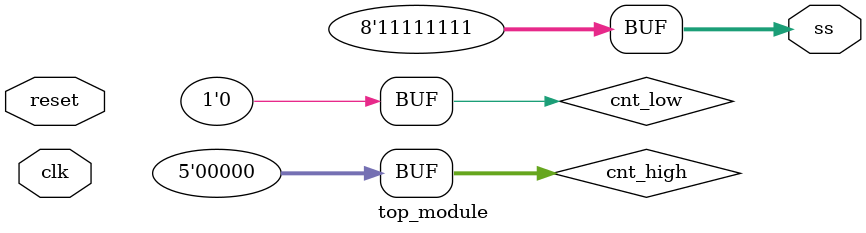
<source format=v>
module top_module(
    input 			clk		,  //4Hz
    input 			reset	,
	output	[7:0]	ss
); 
	// Write your code here
    reg cnt_low = 0;
    reg [4:0] cnt_high = 0;
    reg [3:0] low_ss, high_ss;
    assign ss = 8'hff;
    always @(posedge clk) begin
        if(cnt_high % 10) // 4 Hz, 4 time a loop
        if(reset) begin
            
        end
    end
	
endmodule

</source>
